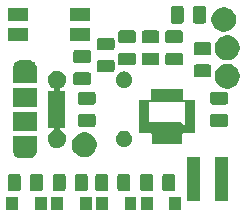
<source format=gbr>
G04 #@! TF.GenerationSoftware,KiCad,Pcbnew,(5.0.2)-1*
G04 #@! TF.CreationDate,2019-05-05T23:42:24+01:00*
G04 #@! TF.ProjectId,power-bank-upgrade,706f7765-722d-4626-916e-6b2d75706772,rev?*
G04 #@! TF.SameCoordinates,Original*
G04 #@! TF.FileFunction,Soldermask,Bot*
G04 #@! TF.FilePolarity,Negative*
%FSLAX46Y46*%
G04 Gerber Fmt 4.6, Leading zero omitted, Abs format (unit mm)*
G04 Created by KiCad (PCBNEW (5.0.2)-1) date 05/05/2019 23:42:24*
%MOMM*%
%LPD*%
G01*
G04 APERTURE LIST*
%ADD10C,0.100000*%
G04 APERTURE END LIST*
D10*
G36*
X21200800Y-189550800D02*
X20199200Y-189550800D01*
X20199200Y-188449200D01*
X21200800Y-188449200D01*
X21200800Y-189550800D01*
X21200800Y-189550800D01*
G37*
G36*
X23600800Y-189550800D02*
X22599200Y-189550800D01*
X22599200Y-188449200D01*
X23600800Y-188449200D01*
X23600800Y-189550800D01*
X23600800Y-189550800D01*
G37*
G36*
X27400800Y-189550800D02*
X26399200Y-189550800D01*
X26399200Y-188449200D01*
X27400800Y-188449200D01*
X27400800Y-189550800D01*
X27400800Y-189550800D01*
G37*
G36*
X25000800Y-189550800D02*
X23999200Y-189550800D01*
X23999200Y-188449200D01*
X25000800Y-188449200D01*
X25000800Y-189550800D01*
X25000800Y-189550800D01*
G37*
G36*
X35000800Y-189550800D02*
X33999200Y-189550800D01*
X33999200Y-188449200D01*
X35000800Y-188449200D01*
X35000800Y-189550800D01*
X35000800Y-189550800D01*
G37*
G36*
X31200800Y-189550800D02*
X30199200Y-189550800D01*
X30199200Y-188449200D01*
X31200800Y-188449200D01*
X31200800Y-189550800D01*
X31200800Y-189550800D01*
G37*
G36*
X28800800Y-189550800D02*
X27799200Y-189550800D01*
X27799200Y-188449200D01*
X28800800Y-188449200D01*
X28800800Y-189550800D01*
X28800800Y-189550800D01*
G37*
G36*
X32600800Y-189550800D02*
X31599200Y-189550800D01*
X31599200Y-188449200D01*
X32600800Y-188449200D01*
X32600800Y-189550800D01*
X32600800Y-189550800D01*
G37*
G36*
X36555800Y-188800800D02*
X35474200Y-188800800D01*
X35474200Y-184999200D01*
X36555800Y-184999200D01*
X36555800Y-188800800D01*
X36555800Y-188800800D01*
G37*
G36*
X38925800Y-188800800D02*
X37844200Y-188800800D01*
X37844200Y-184999200D01*
X38925800Y-184999200D01*
X38925800Y-188800800D01*
X38925800Y-188800800D01*
G37*
G36*
X23109348Y-186453764D02*
X23148000Y-186465489D01*
X23183624Y-186484530D01*
X23214846Y-186510154D01*
X23240470Y-186541376D01*
X23259511Y-186577000D01*
X23271236Y-186615652D01*
X23275800Y-186661991D01*
X23275800Y-187738009D01*
X23271236Y-187784348D01*
X23259511Y-187823000D01*
X23240470Y-187858624D01*
X23214846Y-187889846D01*
X23183624Y-187915470D01*
X23148000Y-187934511D01*
X23109348Y-187946236D01*
X23063009Y-187950800D01*
X22411991Y-187950800D01*
X22365652Y-187946236D01*
X22327000Y-187934511D01*
X22291376Y-187915470D01*
X22260154Y-187889846D01*
X22234530Y-187858624D01*
X22215489Y-187823000D01*
X22203764Y-187784348D01*
X22199200Y-187738009D01*
X22199200Y-186661991D01*
X22203764Y-186615652D01*
X22215489Y-186577000D01*
X22234530Y-186541376D01*
X22260154Y-186510154D01*
X22291376Y-186484530D01*
X22327000Y-186465489D01*
X22365652Y-186453764D01*
X22411991Y-186449200D01*
X23063009Y-186449200D01*
X23109348Y-186453764D01*
X23109348Y-186453764D01*
G37*
G36*
X26909348Y-186453764D02*
X26948000Y-186465489D01*
X26983624Y-186484530D01*
X27014846Y-186510154D01*
X27040470Y-186541376D01*
X27059511Y-186577000D01*
X27071236Y-186615652D01*
X27075800Y-186661991D01*
X27075800Y-187738009D01*
X27071236Y-187784348D01*
X27059511Y-187823000D01*
X27040470Y-187858624D01*
X27014846Y-187889846D01*
X26983624Y-187915470D01*
X26948000Y-187934511D01*
X26909348Y-187946236D01*
X26863009Y-187950800D01*
X26211991Y-187950800D01*
X26165652Y-187946236D01*
X26127000Y-187934511D01*
X26091376Y-187915470D01*
X26060154Y-187889846D01*
X26034530Y-187858624D01*
X26015489Y-187823000D01*
X26003764Y-187784348D01*
X25999200Y-187738009D01*
X25999200Y-186661991D01*
X26003764Y-186615652D01*
X26015489Y-186577000D01*
X26034530Y-186541376D01*
X26060154Y-186510154D01*
X26091376Y-186484530D01*
X26127000Y-186465489D01*
X26165652Y-186453764D01*
X26211991Y-186449200D01*
X26863009Y-186449200D01*
X26909348Y-186453764D01*
X26909348Y-186453764D01*
G37*
G36*
X28634348Y-186453764D02*
X28673000Y-186465489D01*
X28708624Y-186484530D01*
X28739846Y-186510154D01*
X28765470Y-186541376D01*
X28784511Y-186577000D01*
X28796236Y-186615652D01*
X28800800Y-186661991D01*
X28800800Y-187738009D01*
X28796236Y-187784348D01*
X28784511Y-187823000D01*
X28765470Y-187858624D01*
X28739846Y-187889846D01*
X28708624Y-187915470D01*
X28673000Y-187934511D01*
X28634348Y-187946236D01*
X28588009Y-187950800D01*
X27936991Y-187950800D01*
X27890652Y-187946236D01*
X27852000Y-187934511D01*
X27816376Y-187915470D01*
X27785154Y-187889846D01*
X27759530Y-187858624D01*
X27740489Y-187823000D01*
X27728764Y-187784348D01*
X27724200Y-187738009D01*
X27724200Y-186661991D01*
X27728764Y-186615652D01*
X27740489Y-186577000D01*
X27759530Y-186541376D01*
X27785154Y-186510154D01*
X27816376Y-186484530D01*
X27852000Y-186465489D01*
X27890652Y-186453764D01*
X27936991Y-186449200D01*
X28588009Y-186449200D01*
X28634348Y-186453764D01*
X28634348Y-186453764D01*
G37*
G36*
X30509348Y-186453764D02*
X30548000Y-186465489D01*
X30583624Y-186484530D01*
X30614846Y-186510154D01*
X30640470Y-186541376D01*
X30659511Y-186577000D01*
X30671236Y-186615652D01*
X30675800Y-186661991D01*
X30675800Y-187738009D01*
X30671236Y-187784348D01*
X30659511Y-187823000D01*
X30640470Y-187858624D01*
X30614846Y-187889846D01*
X30583624Y-187915470D01*
X30548000Y-187934511D01*
X30509348Y-187946236D01*
X30463009Y-187950800D01*
X29811991Y-187950800D01*
X29765652Y-187946236D01*
X29727000Y-187934511D01*
X29691376Y-187915470D01*
X29660154Y-187889846D01*
X29634530Y-187858624D01*
X29615489Y-187823000D01*
X29603764Y-187784348D01*
X29599200Y-187738009D01*
X29599200Y-186661991D01*
X29603764Y-186615652D01*
X29615489Y-186577000D01*
X29634530Y-186541376D01*
X29660154Y-186510154D01*
X29691376Y-186484530D01*
X29727000Y-186465489D01*
X29765652Y-186453764D01*
X29811991Y-186449200D01*
X30463009Y-186449200D01*
X30509348Y-186453764D01*
X30509348Y-186453764D01*
G37*
G36*
X25034348Y-186453764D02*
X25073000Y-186465489D01*
X25108624Y-186484530D01*
X25139846Y-186510154D01*
X25165470Y-186541376D01*
X25184511Y-186577000D01*
X25196236Y-186615652D01*
X25200800Y-186661991D01*
X25200800Y-187738009D01*
X25196236Y-187784348D01*
X25184511Y-187823000D01*
X25165470Y-187858624D01*
X25139846Y-187889846D01*
X25108624Y-187915470D01*
X25073000Y-187934511D01*
X25034348Y-187946236D01*
X24988009Y-187950800D01*
X24336991Y-187950800D01*
X24290652Y-187946236D01*
X24252000Y-187934511D01*
X24216376Y-187915470D01*
X24185154Y-187889846D01*
X24159530Y-187858624D01*
X24140489Y-187823000D01*
X24128764Y-187784348D01*
X24124200Y-187738009D01*
X24124200Y-186661991D01*
X24128764Y-186615652D01*
X24140489Y-186577000D01*
X24159530Y-186541376D01*
X24185154Y-186510154D01*
X24216376Y-186484530D01*
X24252000Y-186465489D01*
X24290652Y-186453764D01*
X24336991Y-186449200D01*
X24988009Y-186449200D01*
X25034348Y-186453764D01*
X25034348Y-186453764D01*
G37*
G36*
X34309348Y-186453764D02*
X34348000Y-186465489D01*
X34383624Y-186484530D01*
X34414846Y-186510154D01*
X34440470Y-186541376D01*
X34459511Y-186577000D01*
X34471236Y-186615652D01*
X34475800Y-186661991D01*
X34475800Y-187738009D01*
X34471236Y-187784348D01*
X34459511Y-187823000D01*
X34440470Y-187858624D01*
X34414846Y-187889846D01*
X34383624Y-187915470D01*
X34348000Y-187934511D01*
X34309348Y-187946236D01*
X34263009Y-187950800D01*
X33611991Y-187950800D01*
X33565652Y-187946236D01*
X33527000Y-187934511D01*
X33491376Y-187915470D01*
X33460154Y-187889846D01*
X33434530Y-187858624D01*
X33415489Y-187823000D01*
X33403764Y-187784348D01*
X33399200Y-187738009D01*
X33399200Y-186661991D01*
X33403764Y-186615652D01*
X33415489Y-186577000D01*
X33434530Y-186541376D01*
X33460154Y-186510154D01*
X33491376Y-186484530D01*
X33527000Y-186465489D01*
X33565652Y-186453764D01*
X33611991Y-186449200D01*
X34263009Y-186449200D01*
X34309348Y-186453764D01*
X34309348Y-186453764D01*
G37*
G36*
X32434348Y-186453764D02*
X32473000Y-186465489D01*
X32508624Y-186484530D01*
X32539846Y-186510154D01*
X32565470Y-186541376D01*
X32584511Y-186577000D01*
X32596236Y-186615652D01*
X32600800Y-186661991D01*
X32600800Y-187738009D01*
X32596236Y-187784348D01*
X32584511Y-187823000D01*
X32565470Y-187858624D01*
X32539846Y-187889846D01*
X32508624Y-187915470D01*
X32473000Y-187934511D01*
X32434348Y-187946236D01*
X32388009Y-187950800D01*
X31736991Y-187950800D01*
X31690652Y-187946236D01*
X31652000Y-187934511D01*
X31616376Y-187915470D01*
X31585154Y-187889846D01*
X31559530Y-187858624D01*
X31540489Y-187823000D01*
X31528764Y-187784348D01*
X31524200Y-187738009D01*
X31524200Y-186661991D01*
X31528764Y-186615652D01*
X31540489Y-186577000D01*
X31559530Y-186541376D01*
X31585154Y-186510154D01*
X31616376Y-186484530D01*
X31652000Y-186465489D01*
X31690652Y-186453764D01*
X31736991Y-186449200D01*
X32388009Y-186449200D01*
X32434348Y-186453764D01*
X32434348Y-186453764D01*
G37*
G36*
X21234348Y-186453764D02*
X21273000Y-186465489D01*
X21308624Y-186484530D01*
X21339846Y-186510154D01*
X21365470Y-186541376D01*
X21384511Y-186577000D01*
X21396236Y-186615652D01*
X21400800Y-186661991D01*
X21400800Y-187738009D01*
X21396236Y-187784348D01*
X21384511Y-187823000D01*
X21365470Y-187858624D01*
X21339846Y-187889846D01*
X21308624Y-187915470D01*
X21273000Y-187934511D01*
X21234348Y-187946236D01*
X21188009Y-187950800D01*
X20536991Y-187950800D01*
X20490652Y-187946236D01*
X20452000Y-187934511D01*
X20416376Y-187915470D01*
X20385154Y-187889846D01*
X20359530Y-187858624D01*
X20340489Y-187823000D01*
X20328764Y-187784348D01*
X20324200Y-187738009D01*
X20324200Y-186661991D01*
X20328764Y-186615652D01*
X20340489Y-186577000D01*
X20359530Y-186541376D01*
X20385154Y-186510154D01*
X20416376Y-186484530D01*
X20452000Y-186465489D01*
X20490652Y-186453764D01*
X20536991Y-186449200D01*
X21188009Y-186449200D01*
X21234348Y-186453764D01*
X21234348Y-186453764D01*
G37*
G36*
X22763300Y-184461895D02*
X22763902Y-184474147D01*
X22766448Y-184500000D01*
X22763902Y-184525853D01*
X22763300Y-184538105D01*
X22763300Y-184611949D01*
X22750263Y-184639514D01*
X22716670Y-184750255D01*
X22656239Y-184863314D01*
X22574911Y-184962411D01*
X22475814Y-185043739D01*
X22362758Y-185104168D01*
X22362755Y-185104169D01*
X22240079Y-185141383D01*
X22192271Y-185146091D01*
X22144465Y-185150800D01*
X21380535Y-185150800D01*
X21332729Y-185146091D01*
X21284921Y-185141383D01*
X21162245Y-185104169D01*
X21162242Y-185104168D01*
X21049186Y-185043739D01*
X20950089Y-184962411D01*
X20868761Y-184863314D01*
X20808330Y-184750255D01*
X20774737Y-184639514D01*
X20765360Y-184616875D01*
X20761700Y-184611398D01*
X20761700Y-184538105D01*
X20761098Y-184525853D01*
X20758552Y-184500000D01*
X20761098Y-184474147D01*
X20761700Y-184461895D01*
X20761700Y-183249200D01*
X22763300Y-183249200D01*
X22763300Y-184461895D01*
X22763300Y-184461895D01*
G37*
G36*
X27106357Y-182990071D02*
X27297500Y-183069245D01*
X27469524Y-183184188D01*
X27615812Y-183330476D01*
X27730755Y-183502500D01*
X27809929Y-183693643D01*
X27850290Y-183896554D01*
X27850290Y-184103446D01*
X27809929Y-184306357D01*
X27730755Y-184497500D01*
X27615812Y-184669524D01*
X27469524Y-184815812D01*
X27297500Y-184930755D01*
X27106357Y-185009929D01*
X26903446Y-185050290D01*
X26696554Y-185050290D01*
X26493643Y-185009929D01*
X26302500Y-184930755D01*
X26130476Y-184815812D01*
X25984188Y-184669524D01*
X25869245Y-184497500D01*
X25790071Y-184306357D01*
X25749710Y-184103446D01*
X25749710Y-183896554D01*
X25790071Y-183693643D01*
X25869245Y-183502500D01*
X25984188Y-183330476D01*
X26130476Y-183184188D01*
X26302500Y-183069245D01*
X26493643Y-182990071D01*
X26696554Y-182949710D01*
X26903446Y-182949710D01*
X27106357Y-182990071D01*
X27106357Y-182990071D01*
G37*
G36*
X24688793Y-177754013D02*
X24829978Y-177812494D01*
X24957047Y-177897399D01*
X25065101Y-178005453D01*
X25150006Y-178132522D01*
X25208487Y-178273707D01*
X25238300Y-178423589D01*
X25238300Y-178576411D01*
X25208487Y-178726293D01*
X25150006Y-178867478D01*
X25065101Y-178994547D01*
X24957047Y-179102601D01*
X24829978Y-179187506D01*
X24778775Y-179208715D01*
X24757164Y-179220266D01*
X24738222Y-179235812D01*
X24722676Y-179254754D01*
X24711125Y-179276364D01*
X24704012Y-179299814D01*
X24701610Y-179324200D01*
X24704012Y-179348586D01*
X24711125Y-179372035D01*
X24722676Y-179393646D01*
X24738222Y-179412588D01*
X24757164Y-179428134D01*
X24778774Y-179439685D01*
X24802224Y-179446798D01*
X24826610Y-179449200D01*
X25188300Y-179449200D01*
X25188300Y-182550800D01*
X24826610Y-182550800D01*
X24802224Y-182553202D01*
X24778775Y-182560315D01*
X24757164Y-182571866D01*
X24738222Y-182587412D01*
X24722676Y-182606354D01*
X24711125Y-182627965D01*
X24704012Y-182651414D01*
X24701610Y-182675800D01*
X24704012Y-182700186D01*
X24711125Y-182723635D01*
X24722676Y-182745246D01*
X24738222Y-182764188D01*
X24757164Y-182779734D01*
X24778775Y-182791285D01*
X24829978Y-182812494D01*
X24957047Y-182897399D01*
X25065101Y-183005453D01*
X25150006Y-183132522D01*
X25208487Y-183273707D01*
X25238300Y-183423589D01*
X25238300Y-183576411D01*
X25208487Y-183726293D01*
X25150006Y-183867478D01*
X25065101Y-183994547D01*
X24957047Y-184102601D01*
X24829978Y-184187506D01*
X24688793Y-184245987D01*
X24538911Y-184275800D01*
X24386089Y-184275800D01*
X24236207Y-184245987D01*
X24095022Y-184187506D01*
X23967953Y-184102601D01*
X23859899Y-183994547D01*
X23774994Y-183867478D01*
X23716513Y-183726293D01*
X23686700Y-183576411D01*
X23686700Y-183423589D01*
X23716513Y-183273707D01*
X23774994Y-183132522D01*
X23859899Y-183005453D01*
X23967953Y-182897399D01*
X24095022Y-182812494D01*
X24146225Y-182791285D01*
X24167836Y-182779734D01*
X24186778Y-182764188D01*
X24202324Y-182745246D01*
X24213875Y-182723636D01*
X24220988Y-182700186D01*
X24223390Y-182675800D01*
X24220988Y-182651414D01*
X24213875Y-182627965D01*
X24202324Y-182606354D01*
X24186778Y-182587412D01*
X24167836Y-182571866D01*
X24146226Y-182560315D01*
X24122776Y-182553202D01*
X24098390Y-182550800D01*
X23736700Y-182550800D01*
X23736700Y-179449200D01*
X24098390Y-179449200D01*
X24122776Y-179446798D01*
X24146225Y-179439685D01*
X24167836Y-179428134D01*
X24186778Y-179412588D01*
X24202324Y-179393646D01*
X24213875Y-179372035D01*
X24220988Y-179348586D01*
X24223390Y-179324200D01*
X24220988Y-179299814D01*
X24213875Y-179276365D01*
X24202324Y-179254754D01*
X24186778Y-179235812D01*
X24167836Y-179220266D01*
X24146225Y-179208715D01*
X24095022Y-179187506D01*
X23967953Y-179102601D01*
X23859899Y-178994547D01*
X23774994Y-178867478D01*
X23716513Y-178726293D01*
X23686700Y-178576411D01*
X23686700Y-178423589D01*
X23716513Y-178273707D01*
X23774994Y-178132522D01*
X23859899Y-178005453D01*
X23967953Y-177897399D01*
X24095022Y-177812494D01*
X24236207Y-177754013D01*
X24386089Y-177724200D01*
X24538911Y-177724200D01*
X24688793Y-177754013D01*
X24688793Y-177754013D01*
G37*
G36*
X30354416Y-182826131D02*
X30481952Y-182878958D01*
X30596737Y-182955655D01*
X30694345Y-183053263D01*
X30771042Y-183168048D01*
X30823869Y-183295584D01*
X30850800Y-183430976D01*
X30850800Y-183569024D01*
X30823869Y-183704416D01*
X30771042Y-183831952D01*
X30694345Y-183946737D01*
X30596737Y-184044345D01*
X30481952Y-184121042D01*
X30354416Y-184173869D01*
X30219024Y-184200800D01*
X30080976Y-184200800D01*
X29945584Y-184173869D01*
X29818048Y-184121042D01*
X29703263Y-184044345D01*
X29605655Y-183946737D01*
X29528958Y-183831952D01*
X29476131Y-183704416D01*
X29449200Y-183569024D01*
X29449200Y-183430976D01*
X29476131Y-183295584D01*
X29528958Y-183168048D01*
X29605655Y-183053263D01*
X29703263Y-182955655D01*
X29818048Y-182878958D01*
X29945584Y-182826131D01*
X30080976Y-182799200D01*
X30219024Y-182799200D01*
X30354416Y-182826131D01*
X30354416Y-182826131D01*
G37*
G36*
X35150800Y-180074200D02*
X35153202Y-180098586D01*
X35160315Y-180122035D01*
X35171866Y-180143646D01*
X35187412Y-180162588D01*
X35206354Y-180178134D01*
X35227965Y-180189685D01*
X35251414Y-180196798D01*
X35275800Y-180199200D01*
X36150800Y-180199200D01*
X36150800Y-183000800D01*
X35226651Y-183000800D01*
X35202265Y-183003202D01*
X35178816Y-183010315D01*
X35157205Y-183021866D01*
X35138263Y-183037412D01*
X35122717Y-183056354D01*
X35111166Y-183077965D01*
X35104053Y-183101414D01*
X35101651Y-183125800D01*
X35101651Y-183893862D01*
X35100066Y-183909956D01*
X35097160Y-183919535D01*
X35092444Y-183928359D01*
X35086095Y-183936095D01*
X35078359Y-183942444D01*
X35069535Y-183947160D01*
X35059956Y-183950066D01*
X35043862Y-183951651D01*
X34756138Y-183951651D01*
X34740044Y-183950066D01*
X34725844Y-183945758D01*
X34712082Y-183940058D01*
X34688049Y-183935279D01*
X34663544Y-183935279D01*
X34639511Y-183940060D01*
X34616872Y-183949439D01*
X34614835Y-183950800D01*
X32499200Y-183950800D01*
X32499200Y-183125800D01*
X32496798Y-183101414D01*
X32489685Y-183077965D01*
X32478134Y-183056354D01*
X32462588Y-183037412D01*
X32443646Y-183021866D01*
X32422035Y-183010315D01*
X32398586Y-183003202D01*
X32374200Y-183000800D01*
X31449200Y-183000800D01*
X31449200Y-180525800D01*
X32250800Y-180525800D01*
X32250800Y-181924200D01*
X32253202Y-181948586D01*
X32260315Y-181972035D01*
X32271866Y-181993646D01*
X32287412Y-182012588D01*
X32306354Y-182028134D01*
X32327965Y-182039685D01*
X32351414Y-182046798D01*
X32375800Y-182049200D01*
X34615602Y-182049200D01*
X34627965Y-182055808D01*
X34651414Y-182062921D01*
X34675800Y-182065323D01*
X34700186Y-182062921D01*
X34718657Y-182056313D01*
X34718687Y-182056413D01*
X34740044Y-182049934D01*
X34756138Y-182048349D01*
X34893862Y-182048349D01*
X34909956Y-182049934D01*
X34919535Y-182052840D01*
X34928359Y-182057556D01*
X34940871Y-182067825D01*
X35082175Y-182209129D01*
X35092444Y-182221641D01*
X35097160Y-182230465D01*
X35100848Y-182242620D01*
X35104582Y-182261397D01*
X35113960Y-182284036D01*
X35127573Y-182304411D01*
X35144900Y-182321738D01*
X35165275Y-182335352D01*
X35187914Y-182344729D01*
X35211947Y-182349510D01*
X35236451Y-182349510D01*
X35260485Y-182344730D01*
X35283124Y-182335352D01*
X35303499Y-182321739D01*
X35320826Y-182304412D01*
X35334440Y-182284037D01*
X35343817Y-182261398D01*
X35348598Y-182237365D01*
X35349200Y-182225112D01*
X35349200Y-180525800D01*
X35346798Y-180501414D01*
X35339685Y-180477965D01*
X35328134Y-180456354D01*
X35312588Y-180437412D01*
X35293646Y-180421866D01*
X35272035Y-180410315D01*
X35248586Y-180403202D01*
X35224200Y-180400800D01*
X32375800Y-180400800D01*
X32351414Y-180403202D01*
X32327965Y-180410315D01*
X32306354Y-180421866D01*
X32287412Y-180437412D01*
X32271866Y-180456354D01*
X32260315Y-180477965D01*
X32253202Y-180501414D01*
X32250800Y-180525800D01*
X31449200Y-180525800D01*
X31449200Y-180199200D01*
X32324200Y-180199200D01*
X32348586Y-180196798D01*
X32372035Y-180189685D01*
X32393646Y-180178134D01*
X32412588Y-180162588D01*
X32428134Y-180143646D01*
X32439685Y-180122035D01*
X32446798Y-180098586D01*
X32449200Y-180074200D01*
X32449200Y-179249200D01*
X35150800Y-179249200D01*
X35150800Y-180074200D01*
X35150800Y-180074200D01*
G37*
G36*
X22763300Y-182800800D02*
X20761700Y-182800800D01*
X20761700Y-181199200D01*
X22763300Y-181199200D01*
X22763300Y-182800800D01*
X22763300Y-182800800D01*
G37*
G36*
X27584348Y-181403764D02*
X27623000Y-181415489D01*
X27658624Y-181434530D01*
X27689846Y-181460154D01*
X27715470Y-181491376D01*
X27734511Y-181527000D01*
X27746236Y-181565652D01*
X27750800Y-181611991D01*
X27750800Y-182263009D01*
X27746236Y-182309348D01*
X27734511Y-182348000D01*
X27715470Y-182383624D01*
X27689846Y-182414846D01*
X27658624Y-182440470D01*
X27623000Y-182459511D01*
X27584348Y-182471236D01*
X27538009Y-182475800D01*
X26461991Y-182475800D01*
X26415652Y-182471236D01*
X26377000Y-182459511D01*
X26341376Y-182440470D01*
X26310154Y-182414846D01*
X26284530Y-182383624D01*
X26265489Y-182348000D01*
X26253764Y-182309348D01*
X26249200Y-182263009D01*
X26249200Y-181611991D01*
X26253764Y-181565652D01*
X26265489Y-181527000D01*
X26284530Y-181491376D01*
X26310154Y-181460154D01*
X26341376Y-181434530D01*
X26377000Y-181415489D01*
X26415652Y-181403764D01*
X26461991Y-181399200D01*
X27538009Y-181399200D01*
X27584348Y-181403764D01*
X27584348Y-181403764D01*
G37*
G36*
X38784348Y-181403764D02*
X38823000Y-181415489D01*
X38858624Y-181434530D01*
X38889846Y-181460154D01*
X38915470Y-181491376D01*
X38934511Y-181527000D01*
X38946236Y-181565652D01*
X38950800Y-181611991D01*
X38950800Y-182263009D01*
X38946236Y-182309348D01*
X38934511Y-182348000D01*
X38915470Y-182383624D01*
X38889846Y-182414846D01*
X38858624Y-182440470D01*
X38823000Y-182459511D01*
X38784348Y-182471236D01*
X38738009Y-182475800D01*
X37661991Y-182475800D01*
X37615652Y-182471236D01*
X37577000Y-182459511D01*
X37541376Y-182440470D01*
X37510154Y-182414846D01*
X37484530Y-182383624D01*
X37465489Y-182348000D01*
X37453764Y-182309348D01*
X37449200Y-182263009D01*
X37449200Y-181611991D01*
X37453764Y-181565652D01*
X37465489Y-181527000D01*
X37484530Y-181491376D01*
X37510154Y-181460154D01*
X37541376Y-181434530D01*
X37577000Y-181415489D01*
X37615652Y-181403764D01*
X37661991Y-181399200D01*
X38738009Y-181399200D01*
X38784348Y-181403764D01*
X38784348Y-181403764D01*
G37*
G36*
X22763300Y-180800800D02*
X20761700Y-180800800D01*
X20761700Y-179199200D01*
X22763300Y-179199200D01*
X22763300Y-180800800D01*
X22763300Y-180800800D01*
G37*
G36*
X38784348Y-179528764D02*
X38823000Y-179540489D01*
X38858624Y-179559530D01*
X38889846Y-179585154D01*
X38915470Y-179616376D01*
X38934511Y-179652000D01*
X38946236Y-179690652D01*
X38950800Y-179736991D01*
X38950800Y-180388009D01*
X38946236Y-180434348D01*
X38934511Y-180473000D01*
X38915470Y-180508624D01*
X38889846Y-180539846D01*
X38858624Y-180565470D01*
X38823000Y-180584511D01*
X38784348Y-180596236D01*
X38738009Y-180600800D01*
X37661991Y-180600800D01*
X37615652Y-180596236D01*
X37577000Y-180584511D01*
X37541376Y-180565470D01*
X37510154Y-180539846D01*
X37484530Y-180508624D01*
X37465489Y-180473000D01*
X37453764Y-180434348D01*
X37449200Y-180388009D01*
X37449200Y-179736991D01*
X37453764Y-179690652D01*
X37465489Y-179652000D01*
X37484530Y-179616376D01*
X37510154Y-179585154D01*
X37541376Y-179559530D01*
X37577000Y-179540489D01*
X37615652Y-179528764D01*
X37661991Y-179524200D01*
X38738009Y-179524200D01*
X38784348Y-179528764D01*
X38784348Y-179528764D01*
G37*
G36*
X27584348Y-179528764D02*
X27623000Y-179540489D01*
X27658624Y-179559530D01*
X27689846Y-179585154D01*
X27715470Y-179616376D01*
X27734511Y-179652000D01*
X27746236Y-179690652D01*
X27750800Y-179736991D01*
X27750800Y-180388009D01*
X27746236Y-180434348D01*
X27734511Y-180473000D01*
X27715470Y-180508624D01*
X27689846Y-180539846D01*
X27658624Y-180565470D01*
X27623000Y-180584511D01*
X27584348Y-180596236D01*
X27538009Y-180600800D01*
X26461991Y-180600800D01*
X26415652Y-180596236D01*
X26377000Y-180584511D01*
X26341376Y-180565470D01*
X26310154Y-180539846D01*
X26284530Y-180508624D01*
X26265489Y-180473000D01*
X26253764Y-180434348D01*
X26249200Y-180388009D01*
X26249200Y-179736991D01*
X26253764Y-179690652D01*
X26265489Y-179652000D01*
X26284530Y-179616376D01*
X26310154Y-179585154D01*
X26341376Y-179559530D01*
X26377000Y-179540489D01*
X26415652Y-179528764D01*
X26461991Y-179524200D01*
X27538009Y-179524200D01*
X27584348Y-179528764D01*
X27584348Y-179528764D01*
G37*
G36*
X39206357Y-177190071D02*
X39397500Y-177269245D01*
X39569524Y-177384188D01*
X39715812Y-177530476D01*
X39830755Y-177702500D01*
X39909929Y-177893643D01*
X39950290Y-178096554D01*
X39950290Y-178303446D01*
X39909929Y-178506357D01*
X39830755Y-178697500D01*
X39715812Y-178869524D01*
X39569524Y-179015812D01*
X39397500Y-179130755D01*
X39206357Y-179209929D01*
X39003446Y-179250290D01*
X38796554Y-179250290D01*
X38593643Y-179209929D01*
X38402500Y-179130755D01*
X38230476Y-179015812D01*
X38084188Y-178869524D01*
X37969245Y-178697500D01*
X37890071Y-178506357D01*
X37849710Y-178303446D01*
X37849710Y-178096554D01*
X37890071Y-177893643D01*
X37969245Y-177702500D01*
X38084188Y-177530476D01*
X38230476Y-177384188D01*
X38402500Y-177269245D01*
X38593643Y-177190071D01*
X38796554Y-177149710D01*
X39003446Y-177149710D01*
X39206357Y-177190071D01*
X39206357Y-177190071D01*
G37*
G36*
X30354416Y-177826131D02*
X30481952Y-177878958D01*
X30596737Y-177955655D01*
X30694345Y-178053263D01*
X30771042Y-178168048D01*
X30823869Y-178295584D01*
X30850800Y-178430976D01*
X30850800Y-178569024D01*
X30823869Y-178704416D01*
X30771042Y-178831952D01*
X30694345Y-178946737D01*
X30596737Y-179044345D01*
X30481952Y-179121042D01*
X30354416Y-179173869D01*
X30219024Y-179200800D01*
X30080976Y-179200800D01*
X29945584Y-179173869D01*
X29818048Y-179121042D01*
X29703263Y-179044345D01*
X29605655Y-178946737D01*
X29528958Y-178831952D01*
X29476131Y-178704416D01*
X29449200Y-178569024D01*
X29449200Y-178430976D01*
X29476131Y-178295584D01*
X29528958Y-178168048D01*
X29605655Y-178053263D01*
X29703263Y-177955655D01*
X29818048Y-177878958D01*
X29945584Y-177826131D01*
X30080976Y-177799200D01*
X30219024Y-177799200D01*
X30354416Y-177826131D01*
X30354416Y-177826131D01*
G37*
G36*
X27184348Y-177866264D02*
X27223000Y-177877989D01*
X27258624Y-177897030D01*
X27289846Y-177922654D01*
X27315470Y-177953876D01*
X27334511Y-177989500D01*
X27346236Y-178028152D01*
X27350800Y-178074491D01*
X27350800Y-178725509D01*
X27346236Y-178771848D01*
X27334511Y-178810500D01*
X27315470Y-178846124D01*
X27289846Y-178877346D01*
X27258624Y-178902970D01*
X27223000Y-178922011D01*
X27184348Y-178933736D01*
X27138009Y-178938300D01*
X26061991Y-178938300D01*
X26015652Y-178933736D01*
X25977000Y-178922011D01*
X25941376Y-178902970D01*
X25910154Y-178877346D01*
X25884530Y-178846124D01*
X25865489Y-178810500D01*
X25853764Y-178771848D01*
X25849200Y-178725509D01*
X25849200Y-178074491D01*
X25853764Y-178028152D01*
X25865489Y-177989500D01*
X25884530Y-177953876D01*
X25910154Y-177922654D01*
X25941376Y-177897030D01*
X25977000Y-177877989D01*
X26015652Y-177866264D01*
X26061991Y-177861700D01*
X27138009Y-177861700D01*
X27184348Y-177866264D01*
X27184348Y-177866264D01*
G37*
G36*
X22192271Y-176853909D02*
X22240079Y-176858617D01*
X22348069Y-176891376D01*
X22362758Y-176895832D01*
X22475814Y-176956261D01*
X22574911Y-177037589D01*
X22656239Y-177136686D01*
X22716670Y-177249745D01*
X22750263Y-177360486D01*
X22759640Y-177383125D01*
X22763300Y-177388602D01*
X22763300Y-177461895D01*
X22763902Y-177474147D01*
X22766448Y-177500000D01*
X22763902Y-177525853D01*
X22763300Y-177538105D01*
X22763300Y-178750800D01*
X20761700Y-178750800D01*
X20761700Y-177538105D01*
X20761098Y-177525853D01*
X20758552Y-177500000D01*
X20761098Y-177474147D01*
X20761700Y-177461895D01*
X20761700Y-177388051D01*
X20774737Y-177360486D01*
X20808330Y-177249745D01*
X20868761Y-177136686D01*
X20950089Y-177037589D01*
X21049186Y-176956261D01*
X21162242Y-176895832D01*
X21176931Y-176891376D01*
X21284921Y-176858617D01*
X21332729Y-176853909D01*
X21380535Y-176849200D01*
X22144465Y-176849200D01*
X22192271Y-176853909D01*
X22192271Y-176853909D01*
G37*
G36*
X37384348Y-177203764D02*
X37423000Y-177215489D01*
X37458624Y-177234530D01*
X37489846Y-177260154D01*
X37515470Y-177291376D01*
X37534511Y-177327000D01*
X37546236Y-177365652D01*
X37550800Y-177411991D01*
X37550800Y-178063009D01*
X37546236Y-178109348D01*
X37534511Y-178148000D01*
X37515470Y-178183624D01*
X37489846Y-178214846D01*
X37458624Y-178240470D01*
X37423000Y-178259511D01*
X37384348Y-178271236D01*
X37338009Y-178275800D01*
X36261991Y-178275800D01*
X36215652Y-178271236D01*
X36177000Y-178259511D01*
X36141376Y-178240470D01*
X36110154Y-178214846D01*
X36084530Y-178183624D01*
X36065489Y-178148000D01*
X36053764Y-178109348D01*
X36049200Y-178063009D01*
X36049200Y-177411991D01*
X36053764Y-177365652D01*
X36065489Y-177327000D01*
X36084530Y-177291376D01*
X36110154Y-177260154D01*
X36141376Y-177234530D01*
X36177000Y-177215489D01*
X36215652Y-177203764D01*
X36261991Y-177199200D01*
X37338009Y-177199200D01*
X37384348Y-177203764D01*
X37384348Y-177203764D01*
G37*
G36*
X29184348Y-176803764D02*
X29223000Y-176815489D01*
X29258624Y-176834530D01*
X29289846Y-176860154D01*
X29315470Y-176891376D01*
X29334511Y-176927000D01*
X29346236Y-176965652D01*
X29350800Y-177011991D01*
X29350800Y-177663009D01*
X29346236Y-177709348D01*
X29334511Y-177748000D01*
X29315470Y-177783624D01*
X29289846Y-177814846D01*
X29258624Y-177840470D01*
X29223000Y-177859511D01*
X29184348Y-177871236D01*
X29138009Y-177875800D01*
X28061991Y-177875800D01*
X28015652Y-177871236D01*
X27977000Y-177859511D01*
X27941376Y-177840470D01*
X27910154Y-177814846D01*
X27884530Y-177783624D01*
X27865489Y-177748000D01*
X27853764Y-177709348D01*
X27849200Y-177663009D01*
X27849200Y-177011991D01*
X27853764Y-176965652D01*
X27865489Y-176927000D01*
X27884530Y-176891376D01*
X27910154Y-176860154D01*
X27941376Y-176834530D01*
X27977000Y-176815489D01*
X28015652Y-176803764D01*
X28061991Y-176799200D01*
X29138009Y-176799200D01*
X29184348Y-176803764D01*
X29184348Y-176803764D01*
G37*
G36*
X34984348Y-176203764D02*
X35023000Y-176215489D01*
X35058624Y-176234530D01*
X35089846Y-176260154D01*
X35115470Y-176291376D01*
X35134511Y-176327000D01*
X35146236Y-176365652D01*
X35150800Y-176411991D01*
X35150800Y-177063009D01*
X35146236Y-177109348D01*
X35134511Y-177148000D01*
X35115470Y-177183624D01*
X35089846Y-177214846D01*
X35058624Y-177240470D01*
X35023000Y-177259511D01*
X34984348Y-177271236D01*
X34938009Y-177275800D01*
X33861991Y-177275800D01*
X33815652Y-177271236D01*
X33777000Y-177259511D01*
X33741376Y-177240470D01*
X33710154Y-177214846D01*
X33684530Y-177183624D01*
X33665489Y-177148000D01*
X33653764Y-177109348D01*
X33649200Y-177063009D01*
X33649200Y-176411991D01*
X33653764Y-176365652D01*
X33665489Y-176327000D01*
X33684530Y-176291376D01*
X33710154Y-176260154D01*
X33741376Y-176234530D01*
X33777000Y-176215489D01*
X33815652Y-176203764D01*
X33861991Y-176199200D01*
X34938009Y-176199200D01*
X34984348Y-176203764D01*
X34984348Y-176203764D01*
G37*
G36*
X32984348Y-176203764D02*
X33023000Y-176215489D01*
X33058624Y-176234530D01*
X33089846Y-176260154D01*
X33115470Y-176291376D01*
X33134511Y-176327000D01*
X33146236Y-176365652D01*
X33150800Y-176411991D01*
X33150800Y-177063009D01*
X33146236Y-177109348D01*
X33134511Y-177148000D01*
X33115470Y-177183624D01*
X33089846Y-177214846D01*
X33058624Y-177240470D01*
X33023000Y-177259511D01*
X32984348Y-177271236D01*
X32938009Y-177275800D01*
X31861991Y-177275800D01*
X31815652Y-177271236D01*
X31777000Y-177259511D01*
X31741376Y-177240470D01*
X31710154Y-177214846D01*
X31684530Y-177183624D01*
X31665489Y-177148000D01*
X31653764Y-177109348D01*
X31649200Y-177063009D01*
X31649200Y-176411991D01*
X31653764Y-176365652D01*
X31665489Y-176327000D01*
X31684530Y-176291376D01*
X31710154Y-176260154D01*
X31741376Y-176234530D01*
X31777000Y-176215489D01*
X31815652Y-176203764D01*
X31861991Y-176199200D01*
X32938009Y-176199200D01*
X32984348Y-176203764D01*
X32984348Y-176203764D01*
G37*
G36*
X30984348Y-176203764D02*
X31023000Y-176215489D01*
X31058624Y-176234530D01*
X31089846Y-176260154D01*
X31115470Y-176291376D01*
X31134511Y-176327000D01*
X31146236Y-176365652D01*
X31150800Y-176411991D01*
X31150800Y-177063009D01*
X31146236Y-177109348D01*
X31134511Y-177148000D01*
X31115470Y-177183624D01*
X31089846Y-177214846D01*
X31058624Y-177240470D01*
X31023000Y-177259511D01*
X30984348Y-177271236D01*
X30938009Y-177275800D01*
X29861991Y-177275800D01*
X29815652Y-177271236D01*
X29777000Y-177259511D01*
X29741376Y-177240470D01*
X29710154Y-177214846D01*
X29684530Y-177183624D01*
X29665489Y-177148000D01*
X29653764Y-177109348D01*
X29649200Y-177063009D01*
X29649200Y-176411991D01*
X29653764Y-176365652D01*
X29665489Y-176327000D01*
X29684530Y-176291376D01*
X29710154Y-176260154D01*
X29741376Y-176234530D01*
X29777000Y-176215489D01*
X29815652Y-176203764D01*
X29861991Y-176199200D01*
X30938009Y-176199200D01*
X30984348Y-176203764D01*
X30984348Y-176203764D01*
G37*
G36*
X27184348Y-175991264D02*
X27223000Y-176002989D01*
X27258624Y-176022030D01*
X27289846Y-176047654D01*
X27315470Y-176078876D01*
X27334511Y-176114500D01*
X27346236Y-176153152D01*
X27350800Y-176199491D01*
X27350800Y-176850509D01*
X27346236Y-176896848D01*
X27334511Y-176935500D01*
X27315470Y-176971124D01*
X27289846Y-177002346D01*
X27258624Y-177027970D01*
X27223000Y-177047011D01*
X27184348Y-177058736D01*
X27138009Y-177063300D01*
X26061991Y-177063300D01*
X26015652Y-177058736D01*
X25977000Y-177047011D01*
X25941376Y-177027970D01*
X25910154Y-177002346D01*
X25884530Y-176971124D01*
X25865489Y-176935500D01*
X25853764Y-176896848D01*
X25849200Y-176850509D01*
X25849200Y-176199491D01*
X25853764Y-176153152D01*
X25865489Y-176114500D01*
X25884530Y-176078876D01*
X25910154Y-176047654D01*
X25941376Y-176022030D01*
X25977000Y-176002989D01*
X26015652Y-175991264D01*
X26061991Y-175986700D01*
X27138009Y-175986700D01*
X27184348Y-175991264D01*
X27184348Y-175991264D01*
G37*
G36*
X39206357Y-174790071D02*
X39397500Y-174869245D01*
X39569524Y-174984188D01*
X39715812Y-175130476D01*
X39830755Y-175302500D01*
X39909929Y-175493643D01*
X39950290Y-175696554D01*
X39950290Y-175903446D01*
X39909929Y-176106357D01*
X39830755Y-176297500D01*
X39715812Y-176469524D01*
X39569524Y-176615812D01*
X39397500Y-176730755D01*
X39206357Y-176809929D01*
X39003446Y-176850290D01*
X38796554Y-176850290D01*
X38593643Y-176809929D01*
X38402500Y-176730755D01*
X38230476Y-176615812D01*
X38084188Y-176469524D01*
X37969245Y-176297500D01*
X37890071Y-176106357D01*
X37849710Y-175903446D01*
X37849710Y-175696554D01*
X37890071Y-175493643D01*
X37969245Y-175302500D01*
X38084188Y-175130476D01*
X38230476Y-174984188D01*
X38402500Y-174869245D01*
X38593643Y-174790071D01*
X38796554Y-174749710D01*
X39003446Y-174749710D01*
X39206357Y-174790071D01*
X39206357Y-174790071D01*
G37*
G36*
X37384348Y-175328764D02*
X37423000Y-175340489D01*
X37458624Y-175359530D01*
X37489846Y-175385154D01*
X37515470Y-175416376D01*
X37534511Y-175452000D01*
X37546236Y-175490652D01*
X37550800Y-175536991D01*
X37550800Y-176188009D01*
X37546236Y-176234348D01*
X37534511Y-176273000D01*
X37515470Y-176308624D01*
X37489846Y-176339846D01*
X37458624Y-176365470D01*
X37423000Y-176384511D01*
X37384348Y-176396236D01*
X37338009Y-176400800D01*
X36261991Y-176400800D01*
X36215652Y-176396236D01*
X36177000Y-176384511D01*
X36141376Y-176365470D01*
X36110154Y-176339846D01*
X36084530Y-176308624D01*
X36065489Y-176273000D01*
X36053764Y-176234348D01*
X36049200Y-176188009D01*
X36049200Y-175536991D01*
X36053764Y-175490652D01*
X36065489Y-175452000D01*
X36084530Y-175416376D01*
X36110154Y-175385154D01*
X36141376Y-175359530D01*
X36177000Y-175340489D01*
X36215652Y-175328764D01*
X36261991Y-175324200D01*
X37338009Y-175324200D01*
X37384348Y-175328764D01*
X37384348Y-175328764D01*
G37*
G36*
X29184348Y-174928764D02*
X29223000Y-174940489D01*
X29258624Y-174959530D01*
X29289846Y-174985154D01*
X29315470Y-175016376D01*
X29334511Y-175052000D01*
X29346236Y-175090652D01*
X29350800Y-175136991D01*
X29350800Y-175788009D01*
X29346236Y-175834348D01*
X29334511Y-175873000D01*
X29315470Y-175908624D01*
X29289846Y-175939846D01*
X29258624Y-175965470D01*
X29223000Y-175984511D01*
X29184348Y-175996236D01*
X29138009Y-176000800D01*
X28061991Y-176000800D01*
X28015652Y-175996236D01*
X27977000Y-175984511D01*
X27941376Y-175965470D01*
X27910154Y-175939846D01*
X27884530Y-175908624D01*
X27865489Y-175873000D01*
X27853764Y-175834348D01*
X27849200Y-175788009D01*
X27849200Y-175136991D01*
X27853764Y-175090652D01*
X27865489Y-175052000D01*
X27884530Y-175016376D01*
X27910154Y-174985154D01*
X27941376Y-174959530D01*
X27977000Y-174940489D01*
X28015652Y-174928764D01*
X28061991Y-174924200D01*
X29138009Y-174924200D01*
X29184348Y-174928764D01*
X29184348Y-174928764D01*
G37*
G36*
X32984348Y-174328764D02*
X33023000Y-174340489D01*
X33058624Y-174359530D01*
X33089846Y-174385154D01*
X33115470Y-174416376D01*
X33134511Y-174452000D01*
X33146236Y-174490652D01*
X33150800Y-174536991D01*
X33150800Y-175188009D01*
X33146236Y-175234348D01*
X33134511Y-175273000D01*
X33115470Y-175308624D01*
X33089846Y-175339846D01*
X33058624Y-175365470D01*
X33023000Y-175384511D01*
X32984348Y-175396236D01*
X32938009Y-175400800D01*
X31861991Y-175400800D01*
X31815652Y-175396236D01*
X31777000Y-175384511D01*
X31741376Y-175365470D01*
X31710154Y-175339846D01*
X31684530Y-175308624D01*
X31665489Y-175273000D01*
X31653764Y-175234348D01*
X31649200Y-175188009D01*
X31649200Y-174536991D01*
X31653764Y-174490652D01*
X31665489Y-174452000D01*
X31684530Y-174416376D01*
X31710154Y-174385154D01*
X31741376Y-174359530D01*
X31777000Y-174340489D01*
X31815652Y-174328764D01*
X31861991Y-174324200D01*
X32938009Y-174324200D01*
X32984348Y-174328764D01*
X32984348Y-174328764D01*
G37*
G36*
X30984348Y-174328764D02*
X31023000Y-174340489D01*
X31058624Y-174359530D01*
X31089846Y-174385154D01*
X31115470Y-174416376D01*
X31134511Y-174452000D01*
X31146236Y-174490652D01*
X31150800Y-174536991D01*
X31150800Y-175188009D01*
X31146236Y-175234348D01*
X31134511Y-175273000D01*
X31115470Y-175308624D01*
X31089846Y-175339846D01*
X31058624Y-175365470D01*
X31023000Y-175384511D01*
X30984348Y-175396236D01*
X30938009Y-175400800D01*
X29861991Y-175400800D01*
X29815652Y-175396236D01*
X29777000Y-175384511D01*
X29741376Y-175365470D01*
X29710154Y-175339846D01*
X29684530Y-175308624D01*
X29665489Y-175273000D01*
X29653764Y-175234348D01*
X29649200Y-175188009D01*
X29649200Y-174536991D01*
X29653764Y-174490652D01*
X29665489Y-174452000D01*
X29684530Y-174416376D01*
X29710154Y-174385154D01*
X29741376Y-174359530D01*
X29777000Y-174340489D01*
X29815652Y-174328764D01*
X29861991Y-174324200D01*
X30938009Y-174324200D01*
X30984348Y-174328764D01*
X30984348Y-174328764D01*
G37*
G36*
X34984348Y-174328764D02*
X35023000Y-174340489D01*
X35058624Y-174359530D01*
X35089846Y-174385154D01*
X35115470Y-174416376D01*
X35134511Y-174452000D01*
X35146236Y-174490652D01*
X35150800Y-174536991D01*
X35150800Y-175188009D01*
X35146236Y-175234348D01*
X35134511Y-175273000D01*
X35115470Y-175308624D01*
X35089846Y-175339846D01*
X35058624Y-175365470D01*
X35023000Y-175384511D01*
X34984348Y-175396236D01*
X34938009Y-175400800D01*
X33861991Y-175400800D01*
X33815652Y-175396236D01*
X33777000Y-175384511D01*
X33741376Y-175365470D01*
X33710154Y-175339846D01*
X33684530Y-175308624D01*
X33665489Y-175273000D01*
X33653764Y-175234348D01*
X33649200Y-175188009D01*
X33649200Y-174536991D01*
X33653764Y-174490652D01*
X33665489Y-174452000D01*
X33684530Y-174416376D01*
X33710154Y-174385154D01*
X33741376Y-174359530D01*
X33777000Y-174340489D01*
X33815652Y-174328764D01*
X33861991Y-174324200D01*
X34938009Y-174324200D01*
X34984348Y-174328764D01*
X34984348Y-174328764D01*
G37*
G36*
X27250800Y-175200800D02*
X25599200Y-175200800D01*
X25599200Y-174099200D01*
X27250800Y-174099200D01*
X27250800Y-175200800D01*
X27250800Y-175200800D01*
G37*
G36*
X22000800Y-175200800D02*
X20349200Y-175200800D01*
X20349200Y-174099200D01*
X22000800Y-174099200D01*
X22000800Y-175200800D01*
X22000800Y-175200800D01*
G37*
G36*
X38906357Y-172390071D02*
X39097500Y-172469245D01*
X39269524Y-172584188D01*
X39415812Y-172730476D01*
X39530755Y-172902500D01*
X39609929Y-173093643D01*
X39650290Y-173296554D01*
X39650290Y-173503446D01*
X39609929Y-173706357D01*
X39530755Y-173897500D01*
X39415812Y-174069524D01*
X39269524Y-174215812D01*
X39097500Y-174330755D01*
X38906357Y-174409929D01*
X38703446Y-174450290D01*
X38496554Y-174450290D01*
X38293643Y-174409929D01*
X38102500Y-174330755D01*
X37930476Y-174215812D01*
X37784188Y-174069524D01*
X37669245Y-173897500D01*
X37590071Y-173706357D01*
X37549710Y-173503446D01*
X37549710Y-173296554D01*
X37590071Y-173093643D01*
X37669245Y-172902500D01*
X37784188Y-172730476D01*
X37930476Y-172584188D01*
X38102500Y-172469245D01*
X38293643Y-172390071D01*
X38496554Y-172349710D01*
X38703446Y-172349710D01*
X38906357Y-172390071D01*
X38906357Y-172390071D01*
G37*
G36*
X35034348Y-172253764D02*
X35073000Y-172265489D01*
X35108624Y-172284530D01*
X35139846Y-172310154D01*
X35165470Y-172341376D01*
X35184511Y-172377000D01*
X35196236Y-172415652D01*
X35200800Y-172461991D01*
X35200800Y-173538009D01*
X35196236Y-173584348D01*
X35184511Y-173623000D01*
X35165470Y-173658624D01*
X35139846Y-173689846D01*
X35108624Y-173715470D01*
X35073000Y-173734511D01*
X35034348Y-173746236D01*
X34988009Y-173750800D01*
X34336991Y-173750800D01*
X34290652Y-173746236D01*
X34252000Y-173734511D01*
X34216376Y-173715470D01*
X34185154Y-173689846D01*
X34159530Y-173658624D01*
X34140489Y-173623000D01*
X34128764Y-173584348D01*
X34124200Y-173538009D01*
X34124200Y-172461991D01*
X34128764Y-172415652D01*
X34140489Y-172377000D01*
X34159530Y-172341376D01*
X34185154Y-172310154D01*
X34216376Y-172284530D01*
X34252000Y-172265489D01*
X34290652Y-172253764D01*
X34336991Y-172249200D01*
X34988009Y-172249200D01*
X35034348Y-172253764D01*
X35034348Y-172253764D01*
G37*
G36*
X36909348Y-172253764D02*
X36948000Y-172265489D01*
X36983624Y-172284530D01*
X37014846Y-172310154D01*
X37040470Y-172341376D01*
X37059511Y-172377000D01*
X37071236Y-172415652D01*
X37075800Y-172461991D01*
X37075800Y-173538009D01*
X37071236Y-173584348D01*
X37059511Y-173623000D01*
X37040470Y-173658624D01*
X37014846Y-173689846D01*
X36983624Y-173715470D01*
X36948000Y-173734511D01*
X36909348Y-173746236D01*
X36863009Y-173750800D01*
X36211991Y-173750800D01*
X36165652Y-173746236D01*
X36127000Y-173734511D01*
X36091376Y-173715470D01*
X36060154Y-173689846D01*
X36034530Y-173658624D01*
X36015489Y-173623000D01*
X36003764Y-173584348D01*
X35999200Y-173538009D01*
X35999200Y-172461991D01*
X36003764Y-172415652D01*
X36015489Y-172377000D01*
X36034530Y-172341376D01*
X36060154Y-172310154D01*
X36091376Y-172284530D01*
X36127000Y-172265489D01*
X36165652Y-172253764D01*
X36211991Y-172249200D01*
X36863009Y-172249200D01*
X36909348Y-172253764D01*
X36909348Y-172253764D01*
G37*
G36*
X22000800Y-173500800D02*
X20349200Y-173500800D01*
X20349200Y-172399200D01*
X22000800Y-172399200D01*
X22000800Y-173500800D01*
X22000800Y-173500800D01*
G37*
G36*
X27250800Y-173500800D02*
X25599200Y-173500800D01*
X25599200Y-172399200D01*
X27250800Y-172399200D01*
X27250800Y-173500800D01*
X27250800Y-173500800D01*
G37*
M02*

</source>
